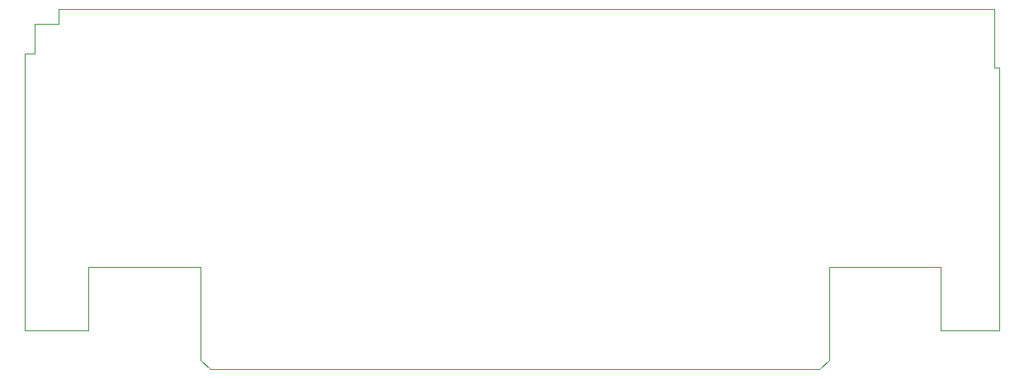
<source format=gbr>
%TF.GenerationSoftware,KiCad,Pcbnew,(5.1.7)-1*%
%TF.CreationDate,2020-11-08T15:14:14-06:00*%
%TF.ProjectId,ConsolePedalDistortion,436f6e73-6f6c-4655-9065-64616c446973,rev?*%
%TF.SameCoordinates,Original*%
%TF.FileFunction,Profile,NP*%
%FSLAX46Y46*%
G04 Gerber Fmt 4.6, Leading zero omitted, Abs format (unit mm)*
G04 Created by KiCad (PCBNEW (5.1.7)-1) date 2020-11-08 15:14:14*
%MOMM*%
%LPD*%
G01*
G04 APERTURE LIST*
%TA.AperFunction,Profile*%
%ADD10C,0.100000*%
%TD*%
G04 APERTURE END LIST*
D10*
X182000000Y-93000000D02*
X86000000Y-93000000D01*
X182000000Y-93000000D02*
X182000000Y-99000000D01*
X182500000Y-99000000D02*
X182000000Y-99000000D01*
X182500000Y-126000000D02*
X182500000Y-99000000D01*
X182500000Y-126000000D02*
X176500000Y-126000000D01*
X176500000Y-119500000D02*
X176500000Y-126000000D01*
X176500000Y-119500000D02*
X165000000Y-119500000D01*
X165000000Y-129000000D02*
X165000000Y-119500000D01*
X165000000Y-129000000D02*
X164000000Y-130000000D01*
X86000000Y-94500000D02*
X86000000Y-93000000D01*
X83500000Y-94500000D02*
X86000000Y-94500000D01*
X83500000Y-97500000D02*
X83500000Y-94500000D01*
X82500000Y-97500000D02*
X83500000Y-97500000D01*
X82500000Y-126000000D02*
X82500000Y-97500000D01*
X89000000Y-126000000D02*
X82500000Y-126000000D01*
X89000000Y-119500000D02*
X89000000Y-126000000D01*
X100500000Y-119500000D02*
X89000000Y-119500000D01*
X100500000Y-129000000D02*
X100500000Y-119500000D01*
X100500000Y-129000000D02*
X101500000Y-130000000D01*
X164000000Y-130000000D02*
X101500000Y-130000000D01*
M02*

</source>
